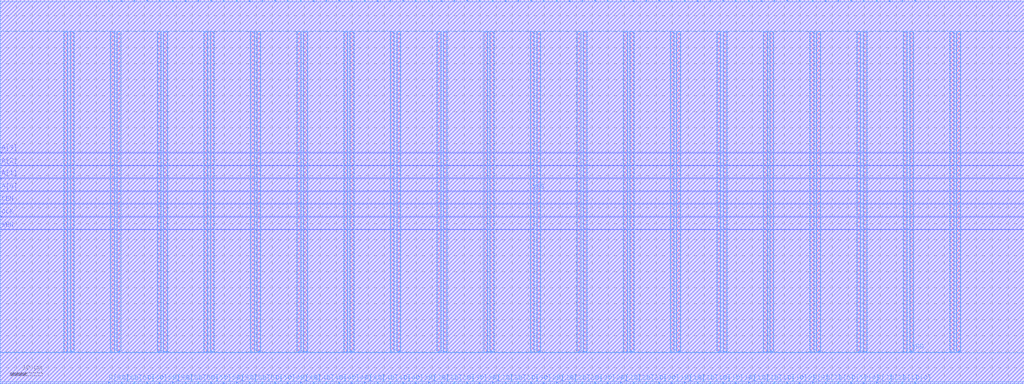
<source format=lef>
##
## LEF for PtnCells ;
## created by Innovus v15.23-s045_1 on Thu Mar 20 15:52:51 2025
##

VERSION 5.8 ;

BUSBITCHARS "[]" ;
DIVIDERCHAR "/" ;

MACRO sram_w16_in
  CLASS BLOCK ;
  SIZE 320.0000 BY 120.0000 ;
  FOREIGN sram_w16_in 0.0000 0.0000 ;
  ORIGIN 0 0 ;
  SYMMETRY X Y R90 ;
  PIN CLK
    DIRECTION INPUT ;
    USE SIGNAL ;
    PORT
      LAYER M3 ;
        RECT 0.0000 52.1500 0.5200 52.2500 ;
    END
  END CLK
  PIN D[63]
    DIRECTION INPUT ;
    USE SIGNAL ;
    PORT
      LAYER M4 ;
        RECT 33.8500 0.0000 33.9500 0.5200 ;
    END
  END D[63]
  PIN D[62]
    DIRECTION INPUT ;
    USE SIGNAL ;
    PORT
      LAYER M4 ;
        RECT 37.8500 0.0000 37.9500 0.5200 ;
    END
  END D[62]
  PIN D[61]
    DIRECTION INPUT ;
    USE SIGNAL ;
    PORT
      LAYER M4 ;
        RECT 41.8500 0.0000 41.9500 0.5200 ;
    END
  END D[61]
  PIN D[60]
    DIRECTION INPUT ;
    USE SIGNAL ;
    PORT
      LAYER M4 ;
        RECT 45.8500 0.0000 45.9500 0.5200 ;
    END
  END D[60]
  PIN D[59]
    DIRECTION INPUT ;
    USE SIGNAL ;
    PORT
      LAYER M4 ;
        RECT 49.8500 0.0000 49.9500 0.5200 ;
    END
  END D[59]
  PIN D[58]
    DIRECTION INPUT ;
    USE SIGNAL ;
    PORT
      LAYER M4 ;
        RECT 53.8500 0.0000 53.9500 0.5200 ;
    END
  END D[58]
  PIN D[57]
    DIRECTION INPUT ;
    USE SIGNAL ;
    PORT
      LAYER M4 ;
        RECT 57.8500 0.0000 57.9500 0.5200 ;
    END
  END D[57]
  PIN D[56]
    DIRECTION INPUT ;
    USE SIGNAL ;
    PORT
      LAYER M4 ;
        RECT 61.8500 0.0000 61.9500 0.5200 ;
    END
  END D[56]
  PIN D[55]
    DIRECTION INPUT ;
    USE SIGNAL ;
    PORT
      LAYER M4 ;
        RECT 65.8500 0.0000 65.9500 0.5200 ;
    END
  END D[55]
  PIN D[54]
    DIRECTION INPUT ;
    USE SIGNAL ;
    PORT
      LAYER M4 ;
        RECT 69.8500 0.0000 69.9500 0.5200 ;
    END
  END D[54]
  PIN D[53]
    DIRECTION INPUT ;
    USE SIGNAL ;
    PORT
      LAYER M4 ;
        RECT 73.8500 0.0000 73.9500 0.5200 ;
    END
  END D[53]
  PIN D[52]
    DIRECTION INPUT ;
    USE SIGNAL ;
    PORT
      LAYER M4 ;
        RECT 77.8500 0.0000 77.9500 0.5200 ;
    END
  END D[52]
  PIN D[51]
    DIRECTION INPUT ;
    USE SIGNAL ;
    PORT
      LAYER M4 ;
        RECT 81.8500 0.0000 81.9500 0.5200 ;
    END
  END D[51]
  PIN D[50]
    DIRECTION INPUT ;
    USE SIGNAL ;
    PORT
      LAYER M4 ;
        RECT 85.8500 0.0000 85.9500 0.5200 ;
    END
  END D[50]
  PIN D[49]
    DIRECTION INPUT ;
    USE SIGNAL ;
    PORT
      LAYER M4 ;
        RECT 89.8500 0.0000 89.9500 0.5200 ;
    END
  END D[49]
  PIN D[48]
    DIRECTION INPUT ;
    USE SIGNAL ;
    PORT
      LAYER M4 ;
        RECT 93.8500 0.0000 93.9500 0.5200 ;
    END
  END D[48]
  PIN D[47]
    DIRECTION INPUT ;
    USE SIGNAL ;
    PORT
      LAYER M4 ;
        RECT 97.8500 0.0000 97.9500 0.5200 ;
    END
  END D[47]
  PIN D[46]
    DIRECTION INPUT ;
    USE SIGNAL ;
    PORT
      LAYER M4 ;
        RECT 101.8500 0.0000 101.9500 0.5200 ;
    END
  END D[46]
  PIN D[45]
    DIRECTION INPUT ;
    USE SIGNAL ;
    PORT
      LAYER M4 ;
        RECT 105.8500 0.0000 105.9500 0.5200 ;
    END
  END D[45]
  PIN D[44]
    DIRECTION INPUT ;
    USE SIGNAL ;
    PORT
      LAYER M4 ;
        RECT 109.8500 0.0000 109.9500 0.5200 ;
    END
  END D[44]
  PIN D[43]
    DIRECTION INPUT ;
    USE SIGNAL ;
    PORT
      LAYER M4 ;
        RECT 113.8500 0.0000 113.9500 0.5200 ;
    END
  END D[43]
  PIN D[42]
    DIRECTION INPUT ;
    USE SIGNAL ;
    PORT
      LAYER M4 ;
        RECT 117.8500 0.0000 117.9500 0.5200 ;
    END
  END D[42]
  PIN D[41]
    DIRECTION INPUT ;
    USE SIGNAL ;
    PORT
      LAYER M4 ;
        RECT 121.8500 0.0000 121.9500 0.5200 ;
    END
  END D[41]
  PIN D[40]
    DIRECTION INPUT ;
    USE SIGNAL ;
    PORT
      LAYER M4 ;
        RECT 125.8500 0.0000 125.9500 0.5200 ;
    END
  END D[40]
  PIN D[39]
    DIRECTION INPUT ;
    USE SIGNAL ;
    PORT
      LAYER M4 ;
        RECT 129.8500 0.0000 129.9500 0.5200 ;
    END
  END D[39]
  PIN D[38]
    DIRECTION INPUT ;
    USE SIGNAL ;
    PORT
      LAYER M4 ;
        RECT 133.8500 0.0000 133.9500 0.5200 ;
    END
  END D[38]
  PIN D[37]
    DIRECTION INPUT ;
    USE SIGNAL ;
    PORT
      LAYER M4 ;
        RECT 137.8500 0.0000 137.9500 0.5200 ;
    END
  END D[37]
  PIN D[36]
    DIRECTION INPUT ;
    USE SIGNAL ;
    PORT
      LAYER M4 ;
        RECT 141.8500 0.0000 141.9500 0.5200 ;
    END
  END D[36]
  PIN D[35]
    DIRECTION INPUT ;
    USE SIGNAL ;
    PORT
      LAYER M4 ;
        RECT 145.8500 0.0000 145.9500 0.5200 ;
    END
  END D[35]
  PIN D[34]
    DIRECTION INPUT ;
    USE SIGNAL ;
    PORT
      LAYER M4 ;
        RECT 149.8500 0.0000 149.9500 0.5200 ;
    END
  END D[34]
  PIN D[33]
    DIRECTION INPUT ;
    USE SIGNAL ;
    PORT
      LAYER M4 ;
        RECT 153.8500 0.0000 153.9500 0.5200 ;
    END
  END D[33]
  PIN D[32]
    DIRECTION INPUT ;
    USE SIGNAL ;
    PORT
      LAYER M4 ;
        RECT 157.8500 0.0000 157.9500 0.5200 ;
    END
  END D[32]
  PIN D[31]
    DIRECTION INPUT ;
    USE SIGNAL ;
    PORT
      LAYER M4 ;
        RECT 161.8500 0.0000 161.9500 0.5200 ;
    END
  END D[31]
  PIN D[30]
    DIRECTION INPUT ;
    USE SIGNAL ;
    PORT
      LAYER M4 ;
        RECT 165.8500 0.0000 165.9500 0.5200 ;
    END
  END D[30]
  PIN D[29]
    DIRECTION INPUT ;
    USE SIGNAL ;
    PORT
      LAYER M4 ;
        RECT 169.8500 0.0000 169.9500 0.5200 ;
    END
  END D[29]
  PIN D[28]
    DIRECTION INPUT ;
    USE SIGNAL ;
    PORT
      LAYER M4 ;
        RECT 173.8500 0.0000 173.9500 0.5200 ;
    END
  END D[28]
  PIN D[27]
    DIRECTION INPUT ;
    USE SIGNAL ;
    PORT
      LAYER M4 ;
        RECT 177.8500 0.0000 177.9500 0.5200 ;
    END
  END D[27]
  PIN D[26]
    DIRECTION INPUT ;
    USE SIGNAL ;
    PORT
      LAYER M4 ;
        RECT 181.8500 0.0000 181.9500 0.5200 ;
    END
  END D[26]
  PIN D[25]
    DIRECTION INPUT ;
    USE SIGNAL ;
    PORT
      LAYER M4 ;
        RECT 185.8500 0.0000 185.9500 0.5200 ;
    END
  END D[25]
  PIN D[24]
    DIRECTION INPUT ;
    USE SIGNAL ;
    PORT
      LAYER M4 ;
        RECT 189.8500 0.0000 189.9500 0.5200 ;
    END
  END D[24]
  PIN D[23]
    DIRECTION INPUT ;
    USE SIGNAL ;
    PORT
      LAYER M4 ;
        RECT 193.8500 0.0000 193.9500 0.5200 ;
    END
  END D[23]
  PIN D[22]
    DIRECTION INPUT ;
    USE SIGNAL ;
    PORT
      LAYER M4 ;
        RECT 197.8500 0.0000 197.9500 0.5200 ;
    END
  END D[22]
  PIN D[21]
    DIRECTION INPUT ;
    USE SIGNAL ;
    PORT
      LAYER M4 ;
        RECT 201.8500 0.0000 201.9500 0.5200 ;
    END
  END D[21]
  PIN D[20]
    DIRECTION INPUT ;
    USE SIGNAL ;
    PORT
      LAYER M4 ;
        RECT 205.8500 0.0000 205.9500 0.5200 ;
    END
  END D[20]
  PIN D[19]
    DIRECTION INPUT ;
    USE SIGNAL ;
    PORT
      LAYER M4 ;
        RECT 209.8500 0.0000 209.9500 0.5200 ;
    END
  END D[19]
  PIN D[18]
    DIRECTION INPUT ;
    USE SIGNAL ;
    PORT
      LAYER M4 ;
        RECT 213.8500 0.0000 213.9500 0.5200 ;
    END
  END D[18]
  PIN D[17]
    DIRECTION INPUT ;
    USE SIGNAL ;
    PORT
      LAYER M4 ;
        RECT 217.8500 0.0000 217.9500 0.5200 ;
    END
  END D[17]
  PIN D[16]
    DIRECTION INPUT ;
    USE SIGNAL ;
    PORT
      LAYER M4 ;
        RECT 221.8500 0.0000 221.9500 0.5200 ;
    END
  END D[16]
  PIN D[15]
    DIRECTION INPUT ;
    USE SIGNAL ;
    PORT
      LAYER M4 ;
        RECT 225.8500 0.0000 225.9500 0.5200 ;
    END
  END D[15]
  PIN D[14]
    DIRECTION INPUT ;
    USE SIGNAL ;
    PORT
      LAYER M4 ;
        RECT 229.8500 0.0000 229.9500 0.5200 ;
    END
  END D[14]
  PIN D[13]
    DIRECTION INPUT ;
    USE SIGNAL ;
    PORT
      LAYER M4 ;
        RECT 233.8500 0.0000 233.9500 0.5200 ;
    END
  END D[13]
  PIN D[12]
    DIRECTION INPUT ;
    USE SIGNAL ;
    PORT
      LAYER M4 ;
        RECT 237.8500 0.0000 237.9500 0.5200 ;
    END
  END D[12]
  PIN D[11]
    DIRECTION INPUT ;
    USE SIGNAL ;
    PORT
      LAYER M4 ;
        RECT 241.8500 0.0000 241.9500 0.5200 ;
    END
  END D[11]
  PIN D[10]
    DIRECTION INPUT ;
    USE SIGNAL ;
    PORT
      LAYER M4 ;
        RECT 245.8500 0.0000 245.9500 0.5200 ;
    END
  END D[10]
  PIN D[9]
    DIRECTION INPUT ;
    USE SIGNAL ;
    PORT
      LAYER M4 ;
        RECT 249.8500 0.0000 249.9500 0.5200 ;
    END
  END D[9]
  PIN D[8]
    DIRECTION INPUT ;
    USE SIGNAL ;
    PORT
      LAYER M4 ;
        RECT 253.8500 0.0000 253.9500 0.5200 ;
    END
  END D[8]
  PIN D[7]
    DIRECTION INPUT ;
    USE SIGNAL ;
    PORT
      LAYER M4 ;
        RECT 257.8500 0.0000 257.9500 0.5200 ;
    END
  END D[7]
  PIN D[6]
    DIRECTION INPUT ;
    USE SIGNAL ;
    PORT
      LAYER M4 ;
        RECT 261.8500 0.0000 261.9500 0.5200 ;
    END
  END D[6]
  PIN D[5]
    DIRECTION INPUT ;
    USE SIGNAL ;
    PORT
      LAYER M4 ;
        RECT 265.8500 0.0000 265.9500 0.5200 ;
    END
  END D[5]
  PIN D[4]
    DIRECTION INPUT ;
    USE SIGNAL ;
    PORT
      LAYER M4 ;
        RECT 269.8500 0.0000 269.9500 0.5200 ;
    END
  END D[4]
  PIN D[3]
    DIRECTION INPUT ;
    USE SIGNAL ;
    PORT
      LAYER M4 ;
        RECT 273.8500 0.0000 273.9500 0.5200 ;
    END
  END D[3]
  PIN D[2]
    DIRECTION INPUT ;
    USE SIGNAL ;
    PORT
      LAYER M4 ;
        RECT 277.8500 0.0000 277.9500 0.5200 ;
    END
  END D[2]
  PIN D[1]
    DIRECTION INPUT ;
    USE SIGNAL ;
    PORT
      LAYER M4 ;
        RECT 281.8500 0.0000 281.9500 0.5200 ;
    END
  END D[1]
  PIN D[0]
    DIRECTION INPUT ;
    USE SIGNAL ;
    PORT
      LAYER M4 ;
        RECT 285.8500 0.0000 285.9500 0.5200 ;
    END
  END D[0]
  PIN Q[63]
    DIRECTION OUTPUT ;
    USE SIGNAL ;
    PORT
      LAYER M4 ;
        RECT 33.8500 119.4800 33.9500 120.0000 ;
    END
  END Q[63]
  PIN Q[62]
    DIRECTION OUTPUT ;
    USE SIGNAL ;
    PORT
      LAYER M4 ;
        RECT 37.8500 119.4800 37.9500 120.0000 ;
    END
  END Q[62]
  PIN Q[61]
    DIRECTION OUTPUT ;
    USE SIGNAL ;
    PORT
      LAYER M4 ;
        RECT 41.8500 119.4800 41.9500 120.0000 ;
    END
  END Q[61]
  PIN Q[60]
    DIRECTION OUTPUT ;
    USE SIGNAL ;
    PORT
      LAYER M4 ;
        RECT 45.8500 119.4800 45.9500 120.0000 ;
    END
  END Q[60]
  PIN Q[59]
    DIRECTION OUTPUT ;
    USE SIGNAL ;
    PORT
      LAYER M4 ;
        RECT 49.8500 119.4800 49.9500 120.0000 ;
    END
  END Q[59]
  PIN Q[58]
    DIRECTION OUTPUT ;
    USE SIGNAL ;
    PORT
      LAYER M4 ;
        RECT 53.8500 119.4800 53.9500 120.0000 ;
    END
  END Q[58]
  PIN Q[57]
    DIRECTION OUTPUT ;
    USE SIGNAL ;
    PORT
      LAYER M4 ;
        RECT 57.8500 119.4800 57.9500 120.0000 ;
    END
  END Q[57]
  PIN Q[56]
    DIRECTION OUTPUT ;
    USE SIGNAL ;
    PORT
      LAYER M4 ;
        RECT 61.8500 119.4800 61.9500 120.0000 ;
    END
  END Q[56]
  PIN Q[55]
    DIRECTION OUTPUT ;
    USE SIGNAL ;
    PORT
      LAYER M4 ;
        RECT 65.8500 119.4800 65.9500 120.0000 ;
    END
  END Q[55]
  PIN Q[54]
    DIRECTION OUTPUT ;
    USE SIGNAL ;
    PORT
      LAYER M4 ;
        RECT 69.8500 119.4800 69.9500 120.0000 ;
    END
  END Q[54]
  PIN Q[53]
    DIRECTION OUTPUT ;
    USE SIGNAL ;
    PORT
      LAYER M4 ;
        RECT 73.8500 119.4800 73.9500 120.0000 ;
    END
  END Q[53]
  PIN Q[52]
    DIRECTION OUTPUT ;
    USE SIGNAL ;
    PORT
      LAYER M4 ;
        RECT 77.8500 119.4800 77.9500 120.0000 ;
    END
  END Q[52]
  PIN Q[51]
    DIRECTION OUTPUT ;
    USE SIGNAL ;
    PORT
      LAYER M4 ;
        RECT 81.8500 119.4800 81.9500 120.0000 ;
    END
  END Q[51]
  PIN Q[50]
    DIRECTION OUTPUT ;
    USE SIGNAL ;
    PORT
      LAYER M4 ;
        RECT 85.8500 119.4800 85.9500 120.0000 ;
    END
  END Q[50]
  PIN Q[49]
    DIRECTION OUTPUT ;
    USE SIGNAL ;
    PORT
      LAYER M4 ;
        RECT 89.8500 119.4800 89.9500 120.0000 ;
    END
  END Q[49]
  PIN Q[48]
    DIRECTION OUTPUT ;
    USE SIGNAL ;
    PORT
      LAYER M4 ;
        RECT 93.8500 119.4800 93.9500 120.0000 ;
    END
  END Q[48]
  PIN Q[47]
    DIRECTION OUTPUT ;
    USE SIGNAL ;
    PORT
      LAYER M4 ;
        RECT 97.8500 119.4800 97.9500 120.0000 ;
    END
  END Q[47]
  PIN Q[46]
    DIRECTION OUTPUT ;
    USE SIGNAL ;
    PORT
      LAYER M4 ;
        RECT 101.8500 119.4800 101.9500 120.0000 ;
    END
  END Q[46]
  PIN Q[45]
    DIRECTION OUTPUT ;
    USE SIGNAL ;
    PORT
      LAYER M4 ;
        RECT 105.8500 119.4800 105.9500 120.0000 ;
    END
  END Q[45]
  PIN Q[44]
    DIRECTION OUTPUT ;
    USE SIGNAL ;
    PORT
      LAYER M4 ;
        RECT 109.8500 119.4800 109.9500 120.0000 ;
    END
  END Q[44]
  PIN Q[43]
    DIRECTION OUTPUT ;
    USE SIGNAL ;
    PORT
      LAYER M4 ;
        RECT 113.8500 119.4800 113.9500 120.0000 ;
    END
  END Q[43]
  PIN Q[42]
    DIRECTION OUTPUT ;
    USE SIGNAL ;
    PORT
      LAYER M4 ;
        RECT 117.8500 119.4800 117.9500 120.0000 ;
    END
  END Q[42]
  PIN Q[41]
    DIRECTION OUTPUT ;
    USE SIGNAL ;
    PORT
      LAYER M4 ;
        RECT 121.8500 119.4800 121.9500 120.0000 ;
    END
  END Q[41]
  PIN Q[40]
    DIRECTION OUTPUT ;
    USE SIGNAL ;
    PORT
      LAYER M4 ;
        RECT 125.8500 119.4800 125.9500 120.0000 ;
    END
  END Q[40]
  PIN Q[39]
    DIRECTION OUTPUT ;
    USE SIGNAL ;
    PORT
      LAYER M4 ;
        RECT 129.8500 119.4800 129.9500 120.0000 ;
    END
  END Q[39]
  PIN Q[38]
    DIRECTION OUTPUT ;
    USE SIGNAL ;
    PORT
      LAYER M4 ;
        RECT 133.8500 119.4800 133.9500 120.0000 ;
    END
  END Q[38]
  PIN Q[37]
    DIRECTION OUTPUT ;
    USE SIGNAL ;
    PORT
      LAYER M4 ;
        RECT 137.8500 119.4800 137.9500 120.0000 ;
    END
  END Q[37]
  PIN Q[36]
    DIRECTION OUTPUT ;
    USE SIGNAL ;
    PORT
      LAYER M4 ;
        RECT 141.8500 119.4800 141.9500 120.0000 ;
    END
  END Q[36]
  PIN Q[35]
    DIRECTION OUTPUT ;
    USE SIGNAL ;
    PORT
      LAYER M4 ;
        RECT 145.8500 119.4800 145.9500 120.0000 ;
    END
  END Q[35]
  PIN Q[34]
    DIRECTION OUTPUT ;
    USE SIGNAL ;
    PORT
      LAYER M4 ;
        RECT 149.8500 119.4800 149.9500 120.0000 ;
    END
  END Q[34]
  PIN Q[33]
    DIRECTION OUTPUT ;
    USE SIGNAL ;
    PORT
      LAYER M4 ;
        RECT 153.8500 119.4800 153.9500 120.0000 ;
    END
  END Q[33]
  PIN Q[32]
    DIRECTION OUTPUT ;
    USE SIGNAL ;
    PORT
      LAYER M4 ;
        RECT 157.8500 119.4800 157.9500 120.0000 ;
    END
  END Q[32]
  PIN Q[31]
    DIRECTION OUTPUT ;
    USE SIGNAL ;
    PORT
      LAYER M4 ;
        RECT 161.8500 119.4800 161.9500 120.0000 ;
    END
  END Q[31]
  PIN Q[30]
    DIRECTION OUTPUT ;
    USE SIGNAL ;
    PORT
      LAYER M4 ;
        RECT 165.8500 119.4800 165.9500 120.0000 ;
    END
  END Q[30]
  PIN Q[29]
    DIRECTION OUTPUT ;
    USE SIGNAL ;
    PORT
      LAYER M4 ;
        RECT 169.8500 119.4800 169.9500 120.0000 ;
    END
  END Q[29]
  PIN Q[28]
    DIRECTION OUTPUT ;
    USE SIGNAL ;
    PORT
      LAYER M4 ;
        RECT 173.8500 119.4800 173.9500 120.0000 ;
    END
  END Q[28]
  PIN Q[27]
    DIRECTION OUTPUT ;
    USE SIGNAL ;
    PORT
      LAYER M4 ;
        RECT 177.8500 119.4800 177.9500 120.0000 ;
    END
  END Q[27]
  PIN Q[26]
    DIRECTION OUTPUT ;
    USE SIGNAL ;
    PORT
      LAYER M4 ;
        RECT 181.8500 119.4800 181.9500 120.0000 ;
    END
  END Q[26]
  PIN Q[25]
    DIRECTION OUTPUT ;
    USE SIGNAL ;
    PORT
      LAYER M4 ;
        RECT 185.8500 119.4800 185.9500 120.0000 ;
    END
  END Q[25]
  PIN Q[24]
    DIRECTION OUTPUT ;
    USE SIGNAL ;
    PORT
      LAYER M4 ;
        RECT 189.8500 119.4800 189.9500 120.0000 ;
    END
  END Q[24]
  PIN Q[23]
    DIRECTION OUTPUT ;
    USE SIGNAL ;
    PORT
      LAYER M4 ;
        RECT 193.8500 119.4800 193.9500 120.0000 ;
    END
  END Q[23]
  PIN Q[22]
    DIRECTION OUTPUT ;
    USE SIGNAL ;
    PORT
      LAYER M4 ;
        RECT 197.8500 119.4800 197.9500 120.0000 ;
    END
  END Q[22]
  PIN Q[21]
    DIRECTION OUTPUT ;
    USE SIGNAL ;
    PORT
      LAYER M4 ;
        RECT 201.8500 119.4800 201.9500 120.0000 ;
    END
  END Q[21]
  PIN Q[20]
    DIRECTION OUTPUT ;
    USE SIGNAL ;
    PORT
      LAYER M4 ;
        RECT 205.8500 119.4800 205.9500 120.0000 ;
    END
  END Q[20]
  PIN Q[19]
    DIRECTION OUTPUT ;
    USE SIGNAL ;
    PORT
      LAYER M4 ;
        RECT 209.8500 119.4800 209.9500 120.0000 ;
    END
  END Q[19]
  PIN Q[18]
    DIRECTION OUTPUT ;
    USE SIGNAL ;
    PORT
      LAYER M4 ;
        RECT 213.8500 119.4800 213.9500 120.0000 ;
    END
  END Q[18]
  PIN Q[17]
    DIRECTION OUTPUT ;
    USE SIGNAL ;
    PORT
      LAYER M4 ;
        RECT 217.8500 119.4800 217.9500 120.0000 ;
    END
  END Q[17]
  PIN Q[16]
    DIRECTION OUTPUT ;
    USE SIGNAL ;
    PORT
      LAYER M4 ;
        RECT 221.8500 119.4800 221.9500 120.0000 ;
    END
  END Q[16]
  PIN Q[15]
    DIRECTION OUTPUT ;
    USE SIGNAL ;
    PORT
      LAYER M4 ;
        RECT 225.8500 119.4800 225.9500 120.0000 ;
    END
  END Q[15]
  PIN Q[14]
    DIRECTION OUTPUT ;
    USE SIGNAL ;
    PORT
      LAYER M4 ;
        RECT 229.8500 119.4800 229.9500 120.0000 ;
    END
  END Q[14]
  PIN Q[13]
    DIRECTION OUTPUT ;
    USE SIGNAL ;
    PORT
      LAYER M4 ;
        RECT 233.8500 119.4800 233.9500 120.0000 ;
    END
  END Q[13]
  PIN Q[12]
    DIRECTION OUTPUT ;
    USE SIGNAL ;
    PORT
      LAYER M4 ;
        RECT 237.8500 119.4800 237.9500 120.0000 ;
    END
  END Q[12]
  PIN Q[11]
    DIRECTION OUTPUT ;
    USE SIGNAL ;
    PORT
      LAYER M4 ;
        RECT 241.8500 119.4800 241.9500 120.0000 ;
    END
  END Q[11]
  PIN Q[10]
    DIRECTION OUTPUT ;
    USE SIGNAL ;
    PORT
      LAYER M4 ;
        RECT 245.8500 119.4800 245.9500 120.0000 ;
    END
  END Q[10]
  PIN Q[9]
    DIRECTION OUTPUT ;
    USE SIGNAL ;
    PORT
      LAYER M4 ;
        RECT 249.8500 119.4800 249.9500 120.0000 ;
    END
  END Q[9]
  PIN Q[8]
    DIRECTION OUTPUT ;
    USE SIGNAL ;
    PORT
      LAYER M4 ;
        RECT 253.8500 119.4800 253.9500 120.0000 ;
    END
  END Q[8]
  PIN Q[7]
    DIRECTION OUTPUT ;
    USE SIGNAL ;
    PORT
      LAYER M4 ;
        RECT 257.8500 119.4800 257.9500 120.0000 ;
    END
  END Q[7]
  PIN Q[6]
    DIRECTION OUTPUT ;
    USE SIGNAL ;
    PORT
      LAYER M4 ;
        RECT 261.8500 119.4800 261.9500 120.0000 ;
    END
  END Q[6]
  PIN Q[5]
    DIRECTION OUTPUT ;
    USE SIGNAL ;
    PORT
      LAYER M4 ;
        RECT 265.8500 119.4800 265.9500 120.0000 ;
    END
  END Q[5]
  PIN Q[4]
    DIRECTION OUTPUT ;
    USE SIGNAL ;
    PORT
      LAYER M4 ;
        RECT 269.8500 119.4800 269.9500 120.0000 ;
    END
  END Q[4]
  PIN Q[3]
    DIRECTION OUTPUT ;
    USE SIGNAL ;
    PORT
      LAYER M4 ;
        RECT 273.8500 119.4800 273.9500 120.0000 ;
    END
  END Q[3]
  PIN Q[2]
    DIRECTION OUTPUT ;
    USE SIGNAL ;
    PORT
      LAYER M4 ;
        RECT 277.8500 119.4800 277.9500 120.0000 ;
    END
  END Q[2]
  PIN Q[1]
    DIRECTION OUTPUT ;
    USE SIGNAL ;
    PORT
      LAYER M4 ;
        RECT 281.8500 119.4800 281.9500 120.0000 ;
    END
  END Q[1]
  PIN Q[0]
    DIRECTION OUTPUT ;
    USE SIGNAL ;
    PORT
      LAYER M4 ;
        RECT 285.8500 119.4800 285.9500 120.0000 ;
    END
  END Q[0]
  PIN CEN
    DIRECTION INPUT ;
    USE SIGNAL ;
    PORT
      LAYER M3 ;
        RECT 0.0000 56.1500 0.5200 56.2500 ;
    END
  END CEN
  PIN WEN
    DIRECTION INPUT ;
    USE SIGNAL ;
    PORT
      LAYER M3 ;
        RECT 0.0000 48.1500 0.5200 48.2500 ;
    END
  END WEN
  PIN A[3]
    DIRECTION INPUT ;
    USE SIGNAL ;
    PORT
      LAYER M3 ;
        RECT 0.0000 72.1500 0.5200 72.2500 ;
    END
  END A[3]
  PIN A[2]
    DIRECTION INPUT ;
    USE SIGNAL ;
    PORT
      LAYER M3 ;
        RECT 0.0000 68.1500 0.5200 68.2500 ;
    END
  END A[2]
  PIN A[1]
    DIRECTION INPUT ;
    USE SIGNAL ;
    PORT
      LAYER M3 ;
        RECT 0.0000 64.1500 0.5200 64.2500 ;
    END
  END A[1]
  PIN A[0]
    DIRECTION INPUT ;
    USE SIGNAL ;
    PORT
      LAYER M3 ;
        RECT 0.0000 60.1500 0.5200 60.2500 ;
    END
  END A[0]
  PIN VSS
    DIRECTION INOUT ;
    USE GROUND ;

# P/G power stripe data as pin
    PORT
      LAYER M4 ;
        RECT 151.1750 10.0000 152.1750 110.0000 ;
        RECT 136.6000 10.0000 137.6000 110.0000 ;
        RECT 122.0250 10.0000 123.0250 110.0000 ;
        RECT 107.4500 10.0000 108.4500 110.0000 ;
        RECT 92.8750 10.0000 93.8750 110.0000 ;
        RECT 78.3000 10.0000 79.3000 110.0000 ;
        RECT 63.7250 10.0000 64.7250 110.0000 ;
        RECT 49.1500 10.0000 50.1500 110.0000 ;
        RECT 34.5750 10.0000 35.5750 110.0000 ;
        RECT 20.0000 10.0000 21.0000 110.0000 ;
        RECT 296.9250 10.0000 297.9250 110.0000 ;
        RECT 282.3500 10.0000 283.3500 110.0000 ;
        RECT 267.7750 10.0000 268.7750 110.0000 ;
        RECT 253.2000 10.0000 254.2000 110.0000 ;
        RECT 238.6250 10.0000 239.6250 110.0000 ;
        RECT 224.0500 10.0000 225.0500 110.0000 ;
        RECT 209.4750 10.0000 210.4750 110.0000 ;
        RECT 194.9000 10.0000 195.9000 110.0000 ;
        RECT 180.3250 10.0000 181.3250 110.0000 ;
        RECT 165.7500 10.0000 166.7500 110.0000 ;
    END
# end of P/G power stripe data as pin

  END VSS
  PIN VDD
    DIRECTION INOUT ;
    USE POWER ;

# P/G power stripe data as pin
    PORT
      LAYER M4 ;
        RECT 153.1750 10.0000 154.1750 110.0000 ;
        RECT 138.6000 10.0000 139.6000 110.0000 ;
        RECT 124.0250 10.0000 125.0250 110.0000 ;
        RECT 109.4500 10.0000 110.4500 110.0000 ;
        RECT 94.8750 10.0000 95.8750 110.0000 ;
        RECT 80.3000 10.0000 81.3000 110.0000 ;
        RECT 65.7250 10.0000 66.7250 110.0000 ;
        RECT 51.1500 10.0000 52.1500 110.0000 ;
        RECT 36.5750 10.0000 37.5750 110.0000 ;
        RECT 22.0000 10.0000 23.0000 110.0000 ;
        RECT 167.7500 10.0000 168.7500 110.0000 ;
        RECT 182.3250 10.0000 183.3250 110.0000 ;
        RECT 196.9000 10.0000 197.9000 110.0000 ;
        RECT 211.4750 10.0000 212.4750 110.0000 ;
        RECT 226.0500 10.0000 227.0500 110.0000 ;
        RECT 240.6250 10.0000 241.6250 110.0000 ;
        RECT 255.2000 10.0000 256.2000 110.0000 ;
        RECT 269.7750 10.0000 270.7750 110.0000 ;
        RECT 284.3500 10.0000 285.3500 110.0000 ;
        RECT 298.9250 10.0000 299.9250 110.0000 ;
        RECT 36.5750 9.8350 37.5750 10.1650 ;
        RECT 22.0000 9.8350 23.0000 10.1650 ;
        RECT 51.1500 9.8350 52.1500 10.1650 ;
        RECT 65.7250 9.8350 66.7250 10.1650 ;
        RECT 94.8750 9.8350 95.8750 10.1650 ;
        RECT 80.3000 9.8350 81.3000 10.1650 ;
        RECT 109.4500 9.8350 110.4500 10.1650 ;
        RECT 138.6000 9.8350 139.6000 10.1650 ;
        RECT 124.0250 9.8350 125.0250 10.1650 ;
        RECT 153.1750 9.8350 154.1750 10.1650 ;
        RECT 167.7500 9.8350 168.7500 10.1650 ;
        RECT 196.9000 9.8350 197.9000 10.1650 ;
        RECT 182.3250 9.8350 183.3250 10.1650 ;
        RECT 211.4750 9.8350 212.4750 10.1650 ;
        RECT 226.0500 9.8350 227.0500 10.1650 ;
        RECT 255.2000 9.8350 256.2000 10.1650 ;
        RECT 240.6250 9.8350 241.6250 10.1650 ;
        RECT 269.7750 9.8350 270.7750 10.1650 ;
        RECT 298.9250 9.8350 299.9250 10.1650 ;
        RECT 284.3500 9.8350 285.3500 10.1650 ;
    END
# end of P/G power stripe data as pin

  END VDD
  OBS
    LAYER M1 ;
      RECT 0.0000 0.0000 320.0000 120.0000 ;
    LAYER M2 ;
      RECT 0.0000 0.0000 320.0000 120.0000 ;
    LAYER M3 ;
      RECT 0.0000 72.3500 320.0000 120.0000 ;
      RECT 0.6200 72.0500 320.0000 72.3500 ;
      RECT 0.0000 68.3500 320.0000 72.0500 ;
      RECT 0.6200 68.0500 320.0000 68.3500 ;
      RECT 0.0000 64.3500 320.0000 68.0500 ;
      RECT 0.6200 64.0500 320.0000 64.3500 ;
      RECT 0.0000 60.3500 320.0000 64.0500 ;
      RECT 0.6200 60.0500 320.0000 60.3500 ;
      RECT 0.0000 56.3500 320.0000 60.0500 ;
      RECT 0.6200 56.0500 320.0000 56.3500 ;
      RECT 0.0000 52.3500 320.0000 56.0500 ;
      RECT 0.6200 52.0500 320.0000 52.3500 ;
      RECT 0.0000 48.3500 320.0000 52.0500 ;
      RECT 0.6200 48.0500 320.0000 48.3500 ;
      RECT 0.0000 0.0000 320.0000 48.0500 ;
    LAYER M4 ;
      RECT 286.0500 119.3800 320.0000 120.0000 ;
      RECT 282.0500 119.3800 285.7500 120.0000 ;
      RECT 278.0500 119.3800 281.7500 120.0000 ;
      RECT 274.0500 119.3800 277.7500 120.0000 ;
      RECT 270.0500 119.3800 273.7500 120.0000 ;
      RECT 266.0500 119.3800 269.7500 120.0000 ;
      RECT 262.0500 119.3800 265.7500 120.0000 ;
      RECT 258.0500 119.3800 261.7500 120.0000 ;
      RECT 254.0500 119.3800 257.7500 120.0000 ;
      RECT 250.0500 119.3800 253.7500 120.0000 ;
      RECT 246.0500 119.3800 249.7500 120.0000 ;
      RECT 242.0500 119.3800 245.7500 120.0000 ;
      RECT 238.0500 119.3800 241.7500 120.0000 ;
      RECT 234.0500 119.3800 237.7500 120.0000 ;
      RECT 230.0500 119.3800 233.7500 120.0000 ;
      RECT 226.0500 119.3800 229.7500 120.0000 ;
      RECT 222.0500 119.3800 225.7500 120.0000 ;
      RECT 218.0500 119.3800 221.7500 120.0000 ;
      RECT 214.0500 119.3800 217.7500 120.0000 ;
      RECT 210.0500 119.3800 213.7500 120.0000 ;
      RECT 206.0500 119.3800 209.7500 120.0000 ;
      RECT 202.0500 119.3800 205.7500 120.0000 ;
      RECT 198.0500 119.3800 201.7500 120.0000 ;
      RECT 194.0500 119.3800 197.7500 120.0000 ;
      RECT 190.0500 119.3800 193.7500 120.0000 ;
      RECT 186.0500 119.3800 189.7500 120.0000 ;
      RECT 182.0500 119.3800 185.7500 120.0000 ;
      RECT 178.0500 119.3800 181.7500 120.0000 ;
      RECT 174.0500 119.3800 177.7500 120.0000 ;
      RECT 170.0500 119.3800 173.7500 120.0000 ;
      RECT 166.0500 119.3800 169.7500 120.0000 ;
      RECT 162.0500 119.3800 165.7500 120.0000 ;
      RECT 158.0500 119.3800 161.7500 120.0000 ;
      RECT 154.0500 119.3800 157.7500 120.0000 ;
      RECT 150.0500 119.3800 153.7500 120.0000 ;
      RECT 146.0500 119.3800 149.7500 120.0000 ;
      RECT 142.0500 119.3800 145.7500 120.0000 ;
      RECT 138.0500 119.3800 141.7500 120.0000 ;
      RECT 134.0500 119.3800 137.7500 120.0000 ;
      RECT 130.0500 119.3800 133.7500 120.0000 ;
      RECT 126.0500 119.3800 129.7500 120.0000 ;
      RECT 122.0500 119.3800 125.7500 120.0000 ;
      RECT 118.0500 119.3800 121.7500 120.0000 ;
      RECT 114.0500 119.3800 117.7500 120.0000 ;
      RECT 110.0500 119.3800 113.7500 120.0000 ;
      RECT 106.0500 119.3800 109.7500 120.0000 ;
      RECT 102.0500 119.3800 105.7500 120.0000 ;
      RECT 98.0500 119.3800 101.7500 120.0000 ;
      RECT 94.0500 119.3800 97.7500 120.0000 ;
      RECT 90.0500 119.3800 93.7500 120.0000 ;
      RECT 86.0500 119.3800 89.7500 120.0000 ;
      RECT 82.0500 119.3800 85.7500 120.0000 ;
      RECT 78.0500 119.3800 81.7500 120.0000 ;
      RECT 74.0500 119.3800 77.7500 120.0000 ;
      RECT 70.0500 119.3800 73.7500 120.0000 ;
      RECT 66.0500 119.3800 69.7500 120.0000 ;
      RECT 62.0500 119.3800 65.7500 120.0000 ;
      RECT 58.0500 119.3800 61.7500 120.0000 ;
      RECT 54.0500 119.3800 57.7500 120.0000 ;
      RECT 50.0500 119.3800 53.7500 120.0000 ;
      RECT 46.0500 119.3800 49.7500 120.0000 ;
      RECT 42.0500 119.3800 45.7500 120.0000 ;
      RECT 38.0500 119.3800 41.7500 120.0000 ;
      RECT 34.0500 119.3800 37.7500 120.0000 ;
      RECT 0.0000 119.3800 33.7500 120.0000 ;
      RECT 0.0000 110.1600 320.0000 119.3800 ;
      RECT 298.0850 9.8400 298.7650 110.1600 ;
      RECT 285.5100 9.8400 296.7650 110.1600 ;
      RECT 283.5100 9.8400 284.1900 110.1600 ;
      RECT 270.9350 9.8400 282.1900 110.1600 ;
      RECT 268.9350 9.8400 269.6150 110.1600 ;
      RECT 256.3600 9.8400 267.6150 110.1600 ;
      RECT 254.3600 9.8400 255.0400 110.1600 ;
      RECT 241.7850 9.8400 253.0400 110.1600 ;
      RECT 239.7850 9.8400 240.4650 110.1600 ;
      RECT 227.2100 9.8400 238.4650 110.1600 ;
      RECT 225.2100 9.8400 225.8900 110.1600 ;
      RECT 212.6350 9.8400 223.8900 110.1600 ;
      RECT 210.6350 9.8400 211.3150 110.1600 ;
      RECT 198.0600 9.8400 209.3150 110.1600 ;
      RECT 196.0600 9.8400 196.7400 110.1600 ;
      RECT 183.4850 9.8400 194.7400 110.1600 ;
      RECT 181.4850 9.8400 182.1650 110.1600 ;
      RECT 168.9100 9.8400 180.1650 110.1600 ;
      RECT 166.9100 9.8400 167.5900 110.1600 ;
      RECT 154.3350 9.8400 165.5900 110.1600 ;
      RECT 152.3350 9.8400 153.0150 110.1600 ;
      RECT 139.7600 9.8400 151.0150 110.1600 ;
      RECT 137.7600 9.8400 138.4400 110.1600 ;
      RECT 125.1850 9.8400 136.4400 110.1600 ;
      RECT 123.1850 9.8400 123.8650 110.1600 ;
      RECT 110.6100 9.8400 121.8650 110.1600 ;
      RECT 108.6100 9.8400 109.2900 110.1600 ;
      RECT 96.0350 9.8400 107.2900 110.1600 ;
      RECT 94.0350 9.8400 94.7150 110.1600 ;
      RECT 81.4600 9.8400 92.7150 110.1600 ;
      RECT 79.4600 9.8400 80.1400 110.1600 ;
      RECT 66.8850 9.8400 78.1400 110.1600 ;
      RECT 64.8850 9.8400 65.5650 110.1600 ;
      RECT 52.3100 9.8400 63.5650 110.1600 ;
      RECT 50.3100 9.8400 50.9900 110.1600 ;
      RECT 37.7350 9.8400 48.9900 110.1600 ;
      RECT 35.7350 9.8400 36.4150 110.1600 ;
      RECT 23.1600 9.8400 34.4150 110.1600 ;
      RECT 21.1600 9.8400 21.8400 110.1600 ;
      RECT 0.0000 9.8400 19.8400 110.1600 ;
      RECT 300.0850 9.6750 320.0000 110.1600 ;
      RECT 285.5100 9.6750 298.7650 9.8400 ;
      RECT 270.9350 9.6750 284.1900 9.8400 ;
      RECT 256.3600 9.6750 269.6150 9.8400 ;
      RECT 241.7850 9.6750 255.0400 9.8400 ;
      RECT 227.2100 9.6750 240.4650 9.8400 ;
      RECT 212.6350 9.6750 225.8900 9.8400 ;
      RECT 198.0600 9.6750 211.3150 9.8400 ;
      RECT 183.4850 9.6750 196.7400 9.8400 ;
      RECT 168.9100 9.6750 182.1650 9.8400 ;
      RECT 154.3350 9.6750 167.5900 9.8400 ;
      RECT 139.7600 9.6750 153.0150 9.8400 ;
      RECT 125.1850 9.6750 138.4400 9.8400 ;
      RECT 110.6100 9.6750 123.8650 9.8400 ;
      RECT 96.0350 9.6750 109.2900 9.8400 ;
      RECT 81.4600 9.6750 94.7150 9.8400 ;
      RECT 66.8850 9.6750 80.1400 9.8400 ;
      RECT 52.3100 9.6750 65.5650 9.8400 ;
      RECT 37.7350 9.6750 50.9900 9.8400 ;
      RECT 23.1600 9.6750 36.4150 9.8400 ;
      RECT 0.0000 9.6750 21.8400 9.8400 ;
      RECT 0.0000 0.6200 320.0000 9.6750 ;
      RECT 286.0500 0.0000 320.0000 0.6200 ;
      RECT 282.0500 0.0000 285.7500 0.6200 ;
      RECT 278.0500 0.0000 281.7500 0.6200 ;
      RECT 274.0500 0.0000 277.7500 0.6200 ;
      RECT 270.0500 0.0000 273.7500 0.6200 ;
      RECT 266.0500 0.0000 269.7500 0.6200 ;
      RECT 262.0500 0.0000 265.7500 0.6200 ;
      RECT 258.0500 0.0000 261.7500 0.6200 ;
      RECT 254.0500 0.0000 257.7500 0.6200 ;
      RECT 250.0500 0.0000 253.7500 0.6200 ;
      RECT 246.0500 0.0000 249.7500 0.6200 ;
      RECT 242.0500 0.0000 245.7500 0.6200 ;
      RECT 238.0500 0.0000 241.7500 0.6200 ;
      RECT 234.0500 0.0000 237.7500 0.6200 ;
      RECT 230.0500 0.0000 233.7500 0.6200 ;
      RECT 226.0500 0.0000 229.7500 0.6200 ;
      RECT 222.0500 0.0000 225.7500 0.6200 ;
      RECT 218.0500 0.0000 221.7500 0.6200 ;
      RECT 214.0500 0.0000 217.7500 0.6200 ;
      RECT 210.0500 0.0000 213.7500 0.6200 ;
      RECT 206.0500 0.0000 209.7500 0.6200 ;
      RECT 202.0500 0.0000 205.7500 0.6200 ;
      RECT 198.0500 0.0000 201.7500 0.6200 ;
      RECT 194.0500 0.0000 197.7500 0.6200 ;
      RECT 190.0500 0.0000 193.7500 0.6200 ;
      RECT 186.0500 0.0000 189.7500 0.6200 ;
      RECT 182.0500 0.0000 185.7500 0.6200 ;
      RECT 178.0500 0.0000 181.7500 0.6200 ;
      RECT 174.0500 0.0000 177.7500 0.6200 ;
      RECT 170.0500 0.0000 173.7500 0.6200 ;
      RECT 166.0500 0.0000 169.7500 0.6200 ;
      RECT 162.0500 0.0000 165.7500 0.6200 ;
      RECT 158.0500 0.0000 161.7500 0.6200 ;
      RECT 154.0500 0.0000 157.7500 0.6200 ;
      RECT 150.0500 0.0000 153.7500 0.6200 ;
      RECT 146.0500 0.0000 149.7500 0.6200 ;
      RECT 142.0500 0.0000 145.7500 0.6200 ;
      RECT 138.0500 0.0000 141.7500 0.6200 ;
      RECT 134.0500 0.0000 137.7500 0.6200 ;
      RECT 130.0500 0.0000 133.7500 0.6200 ;
      RECT 126.0500 0.0000 129.7500 0.6200 ;
      RECT 122.0500 0.0000 125.7500 0.6200 ;
      RECT 118.0500 0.0000 121.7500 0.6200 ;
      RECT 114.0500 0.0000 117.7500 0.6200 ;
      RECT 110.0500 0.0000 113.7500 0.6200 ;
      RECT 106.0500 0.0000 109.7500 0.6200 ;
      RECT 102.0500 0.0000 105.7500 0.6200 ;
      RECT 98.0500 0.0000 101.7500 0.6200 ;
      RECT 94.0500 0.0000 97.7500 0.6200 ;
      RECT 90.0500 0.0000 93.7500 0.6200 ;
      RECT 86.0500 0.0000 89.7500 0.6200 ;
      RECT 82.0500 0.0000 85.7500 0.6200 ;
      RECT 78.0500 0.0000 81.7500 0.6200 ;
      RECT 74.0500 0.0000 77.7500 0.6200 ;
      RECT 70.0500 0.0000 73.7500 0.6200 ;
      RECT 66.0500 0.0000 69.7500 0.6200 ;
      RECT 62.0500 0.0000 65.7500 0.6200 ;
      RECT 58.0500 0.0000 61.7500 0.6200 ;
      RECT 54.0500 0.0000 57.7500 0.6200 ;
      RECT 50.0500 0.0000 53.7500 0.6200 ;
      RECT 46.0500 0.0000 49.7500 0.6200 ;
      RECT 42.0500 0.0000 45.7500 0.6200 ;
      RECT 38.0500 0.0000 41.7500 0.6200 ;
      RECT 34.0500 0.0000 37.7500 0.6200 ;
      RECT 0.0000 0.0000 33.7500 0.6200 ;
  END
END sram_w16_in

END LIBRARY

</source>
